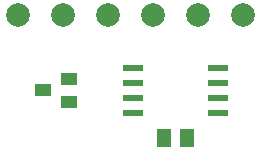
<source format=gbr>
G04 EAGLE Gerber RS-274X export*
G75*
%MOMM*%
%FSLAX34Y34*%
%LPD*%
%INSolderpaste Top*%
%IPPOS*%
%AMOC8*
5,1,8,0,0,1.08239X$1,22.5*%
G01*
%ADD10R,1.300000X1.500000*%
%ADD11R,1.400000X1.000000*%
%ADD12R,1.750000X0.609600*%
%ADD13C,2.000000*%


D10*
X161900Y80645D03*
X142900Y80645D03*
D11*
X39800Y120650D03*
X61800Y130150D03*
X61800Y111150D03*
D12*
X188650Y101600D03*
X188650Y114300D03*
X188650Y127000D03*
X188650Y139700D03*
X116150Y139700D03*
X116150Y127000D03*
X116150Y114300D03*
X116150Y101600D03*
D13*
X209550Y184150D03*
X57150Y184150D03*
X19050Y184150D03*
X95250Y184150D03*
X133350Y184150D03*
X171450Y184150D03*
M02*

</source>
